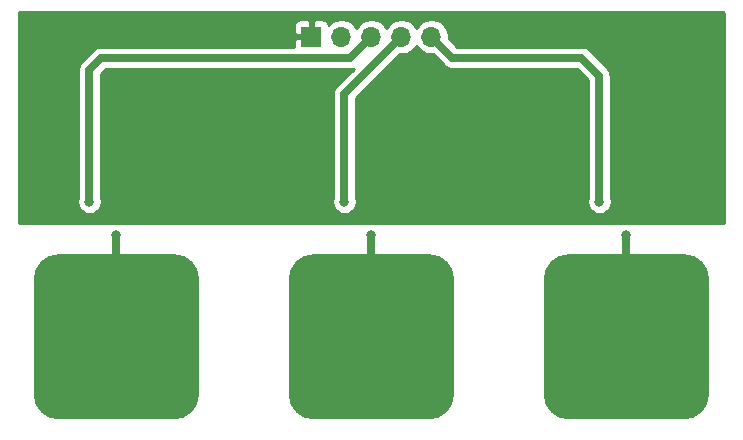
<source format=gbr>
%TF.GenerationSoftware,KiCad,Pcbnew,(5.1.6)-1*%
%TF.CreationDate,2021-04-07T17:59:20+02:00*%
%TF.ProjectId,touch_button_tester,746f7563-685f-4627-9574-746f6e5f7465,rev?*%
%TF.SameCoordinates,Original*%
%TF.FileFunction,Copper,L2,Bot*%
%TF.FilePolarity,Positive*%
%FSLAX46Y46*%
G04 Gerber Fmt 4.6, Leading zero omitted, Abs format (unit mm)*
G04 Created by KiCad (PCBNEW (5.1.6)-1) date 2021-04-07 17:59:20*
%MOMM*%
%LPD*%
G01*
G04 APERTURE LIST*
%TA.AperFunction,ComponentPad*%
%ADD10R,1.700000X1.700000*%
%TD*%
%TA.AperFunction,ComponentPad*%
%ADD11O,1.700000X1.700000*%
%TD*%
%TA.AperFunction,ViaPad*%
%ADD12C,0.800000*%
%TD*%
%TA.AperFunction,Conductor*%
%ADD13C,0.635000*%
%TD*%
%TA.AperFunction,Conductor*%
%ADD14C,0.254000*%
%TD*%
G04 APERTURE END LIST*
D10*
%TO.P,J1,1*%
%TO.N,+5V*%
X96520000Y-76200000D03*
D11*
%TO.P,J1,2*%
%TO.N,GND*%
X99060000Y-76200000D03*
%TO.P,J1,3*%
%TO.N,t1*%
X101600000Y-76200000D03*
%TO.P,J1,4*%
%TO.N,t2*%
X104140000Y-76200000D03*
%TO.P,J1,5*%
%TO.N,t3*%
X106680000Y-76200000D03*
%TD*%
%TO.N,Net-(C1-Pad1)*%
%TO.C,touch 1*%
%TA.AperFunction,Conductor*%
G36*
G01*
X84910000Y-108600000D02*
X75110000Y-108600000D01*
G75*
G02*
X73010000Y-106500000I0J2100000D01*
G01*
X73010000Y-96700000D01*
G75*
G02*
X75110000Y-94600000I2100000J0D01*
G01*
X84910000Y-94600000D01*
G75*
G02*
X87010000Y-96700000I0J-2100000D01*
G01*
X87010000Y-106500000D01*
G75*
G02*
X84910000Y-108600000I-2100000J0D01*
G01*
G37*
%TD.AperFunction*%
%TD*%
%TO.N,Net-(C2-Pad1)*%
%TO.C,touch 2*%
%TA.AperFunction,Conductor*%
G36*
G01*
X106500000Y-108600000D02*
X96700000Y-108600000D01*
G75*
G02*
X94600000Y-106500000I0J2100000D01*
G01*
X94600000Y-96700000D01*
G75*
G02*
X96700000Y-94600000I2100000J0D01*
G01*
X106500000Y-94600000D01*
G75*
G02*
X108600000Y-96700000I0J-2100000D01*
G01*
X108600000Y-106500000D01*
G75*
G02*
X106500000Y-108600000I-2100000J0D01*
G01*
G37*
%TD.AperFunction*%
%TD*%
%TO.N,Net-(C3-Pad1)*%
%TO.C,touch 3*%
%TA.AperFunction,Conductor*%
G36*
G01*
X128090000Y-108600000D02*
X118290000Y-108600000D01*
G75*
G02*
X116190000Y-106500000I0J2100000D01*
G01*
X116190000Y-96700000D01*
G75*
G02*
X118290000Y-94600000I2100000J0D01*
G01*
X128090000Y-94600000D01*
G75*
G02*
X130190000Y-96700000I0J-2100000D01*
G01*
X130190000Y-106500000D01*
G75*
G02*
X128090000Y-108600000I-2100000J0D01*
G01*
G37*
%TD.AperFunction*%
%TD*%
D12*
%TO.N,Net-(C1-Pad1)*%
X80010000Y-92964000D03*
%TO.N,Net-(C2-Pad1)*%
X101600000Y-92964000D03*
%TO.N,Net-(C3-Pad1)*%
X123190000Y-92964000D03*
%TO.N,+5V*%
X123190000Y-85598000D03*
X101600000Y-85598000D03*
X80010000Y-85598000D03*
%TO.N,t1*%
X77724000Y-90170000D03*
%TO.N,t2*%
X99314000Y-90170000D03*
%TO.N,t3*%
X120904000Y-90170000D03*
%TD*%
D13*
%TO.N,Net-(C1-Pad1)*%
X80010000Y-92964000D02*
X80010000Y-101600000D01*
%TO.N,Net-(C2-Pad1)*%
X101600000Y-92964000D02*
X101600000Y-101600000D01*
%TO.N,Net-(C3-Pad1)*%
X123190000Y-92964000D02*
X123190000Y-101600000D01*
%TO.N,t1*%
X77724000Y-78994000D02*
X77724000Y-90170000D01*
X78740000Y-77978000D02*
X77724000Y-78994000D01*
X99822000Y-77978000D02*
X78740000Y-77978000D01*
X101600000Y-76200000D02*
X99822000Y-77978000D01*
%TO.N,t2*%
X99314000Y-81026000D02*
X104140000Y-76200000D01*
X99314000Y-90170000D02*
X99314000Y-81026000D01*
%TO.N,t3*%
X106680000Y-76200000D02*
X108458000Y-77978000D01*
X119380000Y-77978000D02*
X120904000Y-79502000D01*
X108458000Y-77978000D02*
X119380000Y-77978000D01*
X120904000Y-90170000D02*
X120904000Y-79502000D01*
%TD*%
D14*
%TO.N,+5V*%
G36*
X131337197Y-74071047D02*
G01*
X131355662Y-74076622D01*
X131372694Y-74085678D01*
X131387643Y-74097870D01*
X131399938Y-74112732D01*
X131409111Y-74129696D01*
X131414817Y-74148129D01*
X131420001Y-74197455D01*
X131420001Y-91948000D01*
X123387459Y-91948000D01*
X123291939Y-91929000D01*
X123088061Y-91929000D01*
X122992541Y-91948000D01*
X101797459Y-91948000D01*
X101701939Y-91929000D01*
X101498061Y-91929000D01*
X101402541Y-91948000D01*
X80207459Y-91948000D01*
X80111939Y-91929000D01*
X79908061Y-91929000D01*
X79812541Y-91948000D01*
X71780000Y-91948000D01*
X71780000Y-90068061D01*
X76689000Y-90068061D01*
X76689000Y-90271939D01*
X76728774Y-90471898D01*
X76806795Y-90660256D01*
X76920063Y-90829774D01*
X77064226Y-90973937D01*
X77233744Y-91087205D01*
X77422102Y-91165226D01*
X77622061Y-91205000D01*
X77825939Y-91205000D01*
X78025898Y-91165226D01*
X78214256Y-91087205D01*
X78383774Y-90973937D01*
X78527937Y-90829774D01*
X78641205Y-90660256D01*
X78719226Y-90471898D01*
X78759000Y-90271939D01*
X78759000Y-90068061D01*
X78719226Y-89868102D01*
X78676500Y-89764953D01*
X78676500Y-79388538D01*
X79134539Y-78930500D01*
X99775215Y-78930500D01*
X99822000Y-78935108D01*
X99868785Y-78930500D01*
X100008723Y-78916717D01*
X100105647Y-78887315D01*
X98673565Y-80319397D01*
X98637223Y-80349222D01*
X98607399Y-80385563D01*
X98518194Y-80494260D01*
X98429749Y-80659731D01*
X98375283Y-80839278D01*
X98356892Y-81026000D01*
X98361501Y-81072795D01*
X98361500Y-89764953D01*
X98318774Y-89868102D01*
X98279000Y-90068061D01*
X98279000Y-90271939D01*
X98318774Y-90471898D01*
X98396795Y-90660256D01*
X98510063Y-90829774D01*
X98654226Y-90973937D01*
X98823744Y-91087205D01*
X99012102Y-91165226D01*
X99212061Y-91205000D01*
X99415939Y-91205000D01*
X99615898Y-91165226D01*
X99804256Y-91087205D01*
X99973774Y-90973937D01*
X100117937Y-90829774D01*
X100231205Y-90660256D01*
X100309226Y-90471898D01*
X100349000Y-90271939D01*
X100349000Y-90068061D01*
X100309226Y-89868102D01*
X100266500Y-89764953D01*
X100266500Y-81420538D01*
X104002038Y-77685000D01*
X104286260Y-77685000D01*
X104573158Y-77627932D01*
X104843411Y-77515990D01*
X105086632Y-77353475D01*
X105293475Y-77146632D01*
X105410000Y-76972240D01*
X105526525Y-77146632D01*
X105733368Y-77353475D01*
X105976589Y-77515990D01*
X106246842Y-77627932D01*
X106533740Y-77685000D01*
X106817962Y-77685000D01*
X107751397Y-78618436D01*
X107781222Y-78654778D01*
X107926259Y-78773806D01*
X107988881Y-78807278D01*
X108091730Y-78862252D01*
X108181504Y-78889485D01*
X108271277Y-78916717D01*
X108411215Y-78930500D01*
X108458000Y-78935108D01*
X108504785Y-78930500D01*
X118985462Y-78930500D01*
X119951501Y-79896539D01*
X119951500Y-89764953D01*
X119908774Y-89868102D01*
X119869000Y-90068061D01*
X119869000Y-90271939D01*
X119908774Y-90471898D01*
X119986795Y-90660256D01*
X120100063Y-90829774D01*
X120244226Y-90973937D01*
X120413744Y-91087205D01*
X120602102Y-91165226D01*
X120802061Y-91205000D01*
X121005939Y-91205000D01*
X121205898Y-91165226D01*
X121394256Y-91087205D01*
X121563774Y-90973937D01*
X121707937Y-90829774D01*
X121821205Y-90660256D01*
X121899226Y-90471898D01*
X121939000Y-90271939D01*
X121939000Y-90068061D01*
X121899226Y-89868102D01*
X121856500Y-89764953D01*
X121856500Y-79548784D01*
X121861108Y-79501999D01*
X121842717Y-79315277D01*
X121788252Y-79135731D01*
X121699806Y-78970259D01*
X121580778Y-78825222D01*
X121544431Y-78795393D01*
X120086607Y-77337569D01*
X120056778Y-77301222D01*
X119911741Y-77182194D01*
X119746269Y-77093748D01*
X119566723Y-77039283D01*
X119426785Y-77025500D01*
X119380000Y-77020892D01*
X119333215Y-77025500D01*
X108852539Y-77025500D01*
X108165000Y-76337962D01*
X108165000Y-76053740D01*
X108107932Y-75766842D01*
X107995990Y-75496589D01*
X107833475Y-75253368D01*
X107626632Y-75046525D01*
X107383411Y-74884010D01*
X107113158Y-74772068D01*
X106826260Y-74715000D01*
X106533740Y-74715000D01*
X106246842Y-74772068D01*
X105976589Y-74884010D01*
X105733368Y-75046525D01*
X105526525Y-75253368D01*
X105410000Y-75427760D01*
X105293475Y-75253368D01*
X105086632Y-75046525D01*
X104843411Y-74884010D01*
X104573158Y-74772068D01*
X104286260Y-74715000D01*
X103993740Y-74715000D01*
X103706842Y-74772068D01*
X103436589Y-74884010D01*
X103193368Y-75046525D01*
X102986525Y-75253368D01*
X102870000Y-75427760D01*
X102753475Y-75253368D01*
X102546632Y-75046525D01*
X102303411Y-74884010D01*
X102033158Y-74772068D01*
X101746260Y-74715000D01*
X101453740Y-74715000D01*
X101166842Y-74772068D01*
X100896589Y-74884010D01*
X100653368Y-75046525D01*
X100446525Y-75253368D01*
X100330000Y-75427760D01*
X100213475Y-75253368D01*
X100006632Y-75046525D01*
X99763411Y-74884010D01*
X99493158Y-74772068D01*
X99206260Y-74715000D01*
X98913740Y-74715000D01*
X98626842Y-74772068D01*
X98356589Y-74884010D01*
X98113368Y-75046525D01*
X97981513Y-75178380D01*
X97959502Y-75105820D01*
X97900537Y-74995506D01*
X97821185Y-74898815D01*
X97724494Y-74819463D01*
X97614180Y-74760498D01*
X97494482Y-74724188D01*
X97370000Y-74711928D01*
X96805750Y-74715000D01*
X96647000Y-74873750D01*
X96647000Y-76073000D01*
X96667000Y-76073000D01*
X96667000Y-76327000D01*
X96647000Y-76327000D01*
X96647000Y-76347000D01*
X96393000Y-76347000D01*
X96393000Y-76327000D01*
X95193750Y-76327000D01*
X95035000Y-76485750D01*
X95032061Y-77025500D01*
X78786785Y-77025500D01*
X78740000Y-77020892D01*
X78693215Y-77025500D01*
X78553277Y-77039283D01*
X78373731Y-77093748D01*
X78208259Y-77182194D01*
X78063222Y-77301222D01*
X78033399Y-77337562D01*
X77083569Y-78287393D01*
X77047222Y-78317222D01*
X76928194Y-78462259D01*
X76839748Y-78627732D01*
X76831544Y-78654778D01*
X76785283Y-78807278D01*
X76766892Y-78994000D01*
X76771500Y-79040785D01*
X76771501Y-89764951D01*
X76728774Y-89868102D01*
X76689000Y-90068061D01*
X71780000Y-90068061D01*
X71780000Y-75350000D01*
X95031928Y-75350000D01*
X95035000Y-75914250D01*
X95193750Y-76073000D01*
X96393000Y-76073000D01*
X96393000Y-74873750D01*
X96234250Y-74715000D01*
X95670000Y-74711928D01*
X95545518Y-74724188D01*
X95425820Y-74760498D01*
X95315506Y-74819463D01*
X95218815Y-74898815D01*
X95139463Y-74995506D01*
X95080498Y-75105820D01*
X95044188Y-75225518D01*
X95031928Y-75350000D01*
X71780000Y-75350000D01*
X71780000Y-74200277D01*
X71785047Y-74148803D01*
X71790622Y-74130338D01*
X71799678Y-74113306D01*
X71811870Y-74098357D01*
X71826732Y-74086062D01*
X71843696Y-74076889D01*
X71862129Y-74071183D01*
X71911446Y-74066000D01*
X131285723Y-74066000D01*
X131337197Y-74071047D01*
G37*
X131337197Y-74071047D02*
X131355662Y-74076622D01*
X131372694Y-74085678D01*
X131387643Y-74097870D01*
X131399938Y-74112732D01*
X131409111Y-74129696D01*
X131414817Y-74148129D01*
X131420001Y-74197455D01*
X131420001Y-91948000D01*
X123387459Y-91948000D01*
X123291939Y-91929000D01*
X123088061Y-91929000D01*
X122992541Y-91948000D01*
X101797459Y-91948000D01*
X101701939Y-91929000D01*
X101498061Y-91929000D01*
X101402541Y-91948000D01*
X80207459Y-91948000D01*
X80111939Y-91929000D01*
X79908061Y-91929000D01*
X79812541Y-91948000D01*
X71780000Y-91948000D01*
X71780000Y-90068061D01*
X76689000Y-90068061D01*
X76689000Y-90271939D01*
X76728774Y-90471898D01*
X76806795Y-90660256D01*
X76920063Y-90829774D01*
X77064226Y-90973937D01*
X77233744Y-91087205D01*
X77422102Y-91165226D01*
X77622061Y-91205000D01*
X77825939Y-91205000D01*
X78025898Y-91165226D01*
X78214256Y-91087205D01*
X78383774Y-90973937D01*
X78527937Y-90829774D01*
X78641205Y-90660256D01*
X78719226Y-90471898D01*
X78759000Y-90271939D01*
X78759000Y-90068061D01*
X78719226Y-89868102D01*
X78676500Y-89764953D01*
X78676500Y-79388538D01*
X79134539Y-78930500D01*
X99775215Y-78930500D01*
X99822000Y-78935108D01*
X99868785Y-78930500D01*
X100008723Y-78916717D01*
X100105647Y-78887315D01*
X98673565Y-80319397D01*
X98637223Y-80349222D01*
X98607399Y-80385563D01*
X98518194Y-80494260D01*
X98429749Y-80659731D01*
X98375283Y-80839278D01*
X98356892Y-81026000D01*
X98361501Y-81072795D01*
X98361500Y-89764953D01*
X98318774Y-89868102D01*
X98279000Y-90068061D01*
X98279000Y-90271939D01*
X98318774Y-90471898D01*
X98396795Y-90660256D01*
X98510063Y-90829774D01*
X98654226Y-90973937D01*
X98823744Y-91087205D01*
X99012102Y-91165226D01*
X99212061Y-91205000D01*
X99415939Y-91205000D01*
X99615898Y-91165226D01*
X99804256Y-91087205D01*
X99973774Y-90973937D01*
X100117937Y-90829774D01*
X100231205Y-90660256D01*
X100309226Y-90471898D01*
X100349000Y-90271939D01*
X100349000Y-90068061D01*
X100309226Y-89868102D01*
X100266500Y-89764953D01*
X100266500Y-81420538D01*
X104002038Y-77685000D01*
X104286260Y-77685000D01*
X104573158Y-77627932D01*
X104843411Y-77515990D01*
X105086632Y-77353475D01*
X105293475Y-77146632D01*
X105410000Y-76972240D01*
X105526525Y-77146632D01*
X105733368Y-77353475D01*
X105976589Y-77515990D01*
X106246842Y-77627932D01*
X106533740Y-77685000D01*
X106817962Y-77685000D01*
X107751397Y-78618436D01*
X107781222Y-78654778D01*
X107926259Y-78773806D01*
X107988881Y-78807278D01*
X108091730Y-78862252D01*
X108181504Y-78889485D01*
X108271277Y-78916717D01*
X108411215Y-78930500D01*
X108458000Y-78935108D01*
X108504785Y-78930500D01*
X118985462Y-78930500D01*
X119951501Y-79896539D01*
X119951500Y-89764953D01*
X119908774Y-89868102D01*
X119869000Y-90068061D01*
X119869000Y-90271939D01*
X119908774Y-90471898D01*
X119986795Y-90660256D01*
X120100063Y-90829774D01*
X120244226Y-90973937D01*
X120413744Y-91087205D01*
X120602102Y-91165226D01*
X120802061Y-91205000D01*
X121005939Y-91205000D01*
X121205898Y-91165226D01*
X121394256Y-91087205D01*
X121563774Y-90973937D01*
X121707937Y-90829774D01*
X121821205Y-90660256D01*
X121899226Y-90471898D01*
X121939000Y-90271939D01*
X121939000Y-90068061D01*
X121899226Y-89868102D01*
X121856500Y-89764953D01*
X121856500Y-79548784D01*
X121861108Y-79501999D01*
X121842717Y-79315277D01*
X121788252Y-79135731D01*
X121699806Y-78970259D01*
X121580778Y-78825222D01*
X121544431Y-78795393D01*
X120086607Y-77337569D01*
X120056778Y-77301222D01*
X119911741Y-77182194D01*
X119746269Y-77093748D01*
X119566723Y-77039283D01*
X119426785Y-77025500D01*
X119380000Y-77020892D01*
X119333215Y-77025500D01*
X108852539Y-77025500D01*
X108165000Y-76337962D01*
X108165000Y-76053740D01*
X108107932Y-75766842D01*
X107995990Y-75496589D01*
X107833475Y-75253368D01*
X107626632Y-75046525D01*
X107383411Y-74884010D01*
X107113158Y-74772068D01*
X106826260Y-74715000D01*
X106533740Y-74715000D01*
X106246842Y-74772068D01*
X105976589Y-74884010D01*
X105733368Y-75046525D01*
X105526525Y-75253368D01*
X105410000Y-75427760D01*
X105293475Y-75253368D01*
X105086632Y-75046525D01*
X104843411Y-74884010D01*
X104573158Y-74772068D01*
X104286260Y-74715000D01*
X103993740Y-74715000D01*
X103706842Y-74772068D01*
X103436589Y-74884010D01*
X103193368Y-75046525D01*
X102986525Y-75253368D01*
X102870000Y-75427760D01*
X102753475Y-75253368D01*
X102546632Y-75046525D01*
X102303411Y-74884010D01*
X102033158Y-74772068D01*
X101746260Y-74715000D01*
X101453740Y-74715000D01*
X101166842Y-74772068D01*
X100896589Y-74884010D01*
X100653368Y-75046525D01*
X100446525Y-75253368D01*
X100330000Y-75427760D01*
X100213475Y-75253368D01*
X100006632Y-75046525D01*
X99763411Y-74884010D01*
X99493158Y-74772068D01*
X99206260Y-74715000D01*
X98913740Y-74715000D01*
X98626842Y-74772068D01*
X98356589Y-74884010D01*
X98113368Y-75046525D01*
X97981513Y-75178380D01*
X97959502Y-75105820D01*
X97900537Y-74995506D01*
X97821185Y-74898815D01*
X97724494Y-74819463D01*
X97614180Y-74760498D01*
X97494482Y-74724188D01*
X97370000Y-74711928D01*
X96805750Y-74715000D01*
X96647000Y-74873750D01*
X96647000Y-76073000D01*
X96667000Y-76073000D01*
X96667000Y-76327000D01*
X96647000Y-76327000D01*
X96647000Y-76347000D01*
X96393000Y-76347000D01*
X96393000Y-76327000D01*
X95193750Y-76327000D01*
X95035000Y-76485750D01*
X95032061Y-77025500D01*
X78786785Y-77025500D01*
X78740000Y-77020892D01*
X78693215Y-77025500D01*
X78553277Y-77039283D01*
X78373731Y-77093748D01*
X78208259Y-77182194D01*
X78063222Y-77301222D01*
X78033399Y-77337562D01*
X77083569Y-78287393D01*
X77047222Y-78317222D01*
X76928194Y-78462259D01*
X76839748Y-78627732D01*
X76831544Y-78654778D01*
X76785283Y-78807278D01*
X76766892Y-78994000D01*
X76771500Y-79040785D01*
X76771501Y-89764951D01*
X76728774Y-89868102D01*
X76689000Y-90068061D01*
X71780000Y-90068061D01*
X71780000Y-75350000D01*
X95031928Y-75350000D01*
X95035000Y-75914250D01*
X95193750Y-76073000D01*
X96393000Y-76073000D01*
X96393000Y-74873750D01*
X96234250Y-74715000D01*
X95670000Y-74711928D01*
X95545518Y-74724188D01*
X95425820Y-74760498D01*
X95315506Y-74819463D01*
X95218815Y-74898815D01*
X95139463Y-74995506D01*
X95080498Y-75105820D01*
X95044188Y-75225518D01*
X95031928Y-75350000D01*
X71780000Y-75350000D01*
X71780000Y-74200277D01*
X71785047Y-74148803D01*
X71790622Y-74130338D01*
X71799678Y-74113306D01*
X71811870Y-74098357D01*
X71826732Y-74086062D01*
X71843696Y-74076889D01*
X71862129Y-74071183D01*
X71911446Y-74066000D01*
X131285723Y-74066000D01*
X131337197Y-74071047D01*
%TD*%
M02*

</source>
